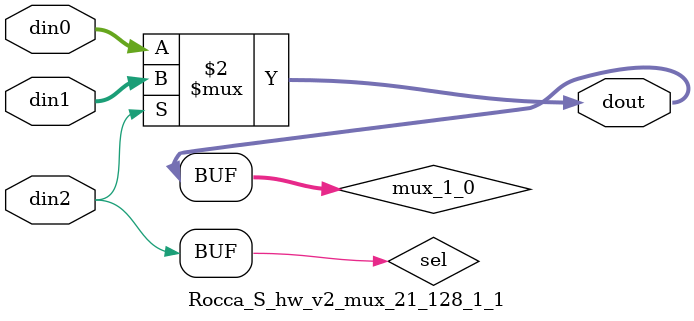
<source format=v>

`timescale 1ns/1ps

module Rocca_S_hw_v2_mux_21_128_1_1 #(
parameter
    ID                = 0,
    NUM_STAGE         = 1,
    din0_WIDTH       = 32,
    din1_WIDTH       = 32,
    din2_WIDTH         = 32,
    dout_WIDTH            = 32
)(
    input  [127 : 0]     din0,
    input  [127 : 0]     din1,
    input  [0 : 0]    din2,
    output [127 : 0]   dout);

// puts internal signals
wire [0 : 0]     sel;
// level 1 signals
wire [127 : 0]         mux_1_0;

assign sel = din2;

// Generate level 1 logic
assign mux_1_0 = (sel[0] == 0)? din0 : din1;

// output logic
assign dout = mux_1_0;

endmodule

</source>
